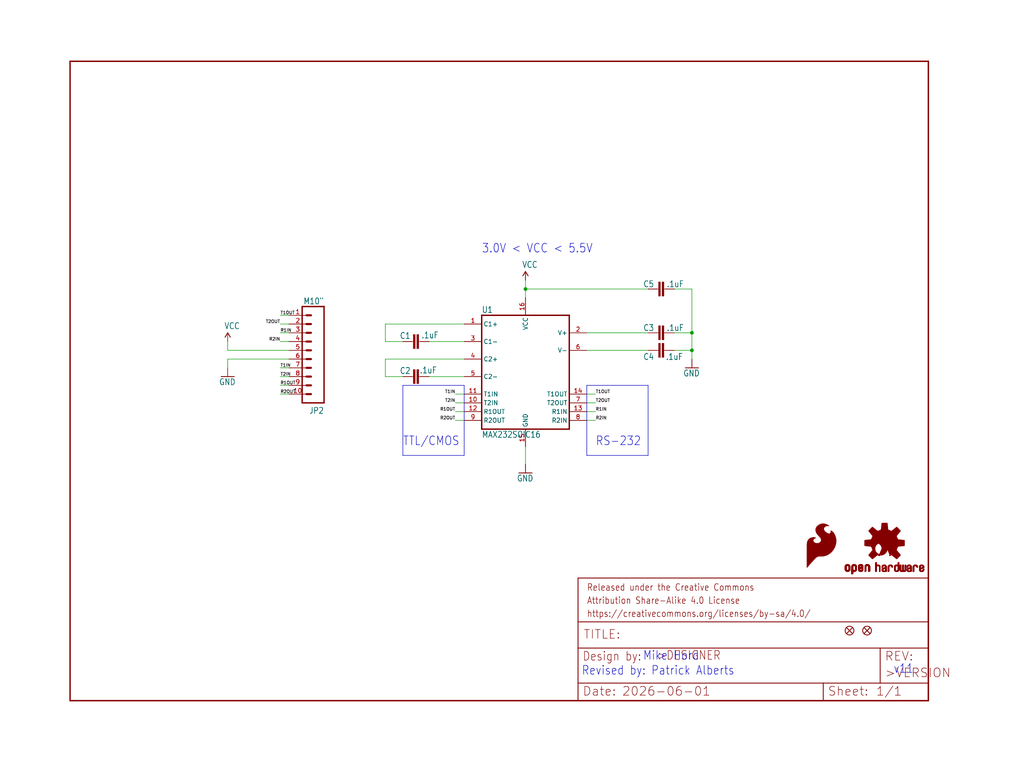
<source format=kicad_sch>
(kicad_sch (version 20230121) (generator eeschema)
  (paper "User" 297.002 223.926)
  (lib_symbols
    (symbol "max3232_from_eagle-eagle-import:0.1UF-25V(+80/-20%)(0603)"
      (property "Reference" "C" (at 1.524 2.921 0))
      (symbol "0.1UF-25V(+80/-20%)(0603)_1_0"
        (pin passive line (at 0 5.08 270) (length 2.54) (name "1") (number "1"))
        (pin passive line (at 0 -2.54 90) (length 2.54) (name "2") (number "2"))
      )
    )
    (symbol "max3232_from_eagle-eagle-import:FIDUCIAL1X2")
    (symbol "max3232_from_eagle-eagle-import:FRAME-LETTER"
      (symbol "FRAME-LETTER_2_0"
        (text "${#}/${##}" (at 86.36 1.27 0) (effects (font (size 2.54 2.54)) (justify left bottom)))
        (text "${CURRENT_DATE}" (at 12.7 1.27 0) (effects (font (size 2.54 2.54)) (justify left bottom)))
        (text "${PROJECTNAME}" (at 15.494 17.78 0) (effects (font (size 2.7432 2.7432)) (justify left bottom)))
        (text ">DESIGNER" (at 22.86 11.684 0) (effects (font (size 2.54 2.159)) (justify left bottom)))
        (text ">VERSION" (at 88.9 6.604 0) (effects (font (size 2.54 2.54)) (justify left bottom)))
        (text "Attribution Share-Alike 4.0 License" (at 2.54 27.94 0) (effects (font (size 1.9304 1.6408)) (justify left bottom)))
        (text "Date:" (at 1.27 1.27 0) (effects (font (size 2.54 2.54)) (justify left bottom)))
        (text "Design by:" (at 1.27 11.43 0) (effects (font (size 2.54 2.159)) (justify left bottom)))
        (text "https://creativecommons.org/licenses/by-sa/4.0/" (at 2.54 24.13 0) (effects (font (size 1.9304 1.6408)) (justify left bottom)))
        (text "Released under the Creative Commons" (at 2.54 31.75 0) (effects (font (size 1.9304 1.6408)) (justify left bottom)))
        (text "REV:" (at 88.9 11.43 0) (effects (font (size 2.54 2.54)) (justify left bottom)))
        (text "Sheet:" (at 72.39 1.27 0) (effects (font (size 2.54 2.54)) (justify left bottom)))
        (text "TITLE:" (at 1.524 17.78 0) (effects (font (size 2.54 2.54)) (justify left bottom)))
      )
    )
    (symbol "max3232_from_eagle-eagle-import:GND" (power)
      (property "Value" "GND" (at -2.54 -2.54 0))
      (symbol "GND_1_0"
        (pin power_in line (at 0 2.54 270) (length 2.54) (name "GND") (number "1"))
      )
    )
    (symbol "max3232_from_eagle-eagle-import:M10{dblquote}"
      (property "Reference" "JP" (at 0 8.89 0))
      (symbol "M10{dblquote}_1_0"
        (pin passive line (at 10.16 -17.78 180) (length 5.08) (name "1") (number "1"))
        (pin passive line (at 10.16 5.08 180) (length 5.08) (name "10") (number "10"))
        (pin passive line (at 10.16 -15.24 180) (length 5.08) (name "2") (number "2"))
        (pin passive line (at 10.16 -12.7 180) (length 5.08) (name "3") (number "3"))
        (pin passive line (at 10.16 -10.16 180) (length 5.08) (name "4") (number "4"))
        (pin passive line (at 10.16 -7.62 180) (length 5.08) (name "5") (number "5"))
        (pin passive line (at 10.16 -5.08 180) (length 5.08) (name "6") (number "6"))
        (pin passive line (at 10.16 -2.54 180) (length 5.08) (name "7") (number "7"))
        (pin passive line (at 10.16 0 180) (length 5.08) (name "8") (number "8"))
        (pin passive line (at 10.16 2.54 180) (length 5.08) (name "9") (number "9"))
      )
    )
    (symbol "max3232_from_eagle-eagle-import:MAX232SOIC16"
      (property "Reference" "U" (at -10.16 15.875 0))
      (symbol "MAX232SOIC16_1_0"
        (pin bidirectional line (at -15.24 12.7 0) (length 5.08) (name "C1+") (number "1"))
        (pin input line (at -15.24 -10.16 0) (length 5.08) (name "T2IN") (number "10"))
        (pin input line (at -15.24 -7.62 0) (length 5.08) (name "T1IN") (number "11"))
        (pin output line (at -15.24 -12.7 0) (length 5.08) (name "R1OUT") (number "12"))
        (pin input line (at 20.32 -12.7 180) (length 5.08) (name "R1IN") (number "13"))
        (pin output line (at 20.32 -7.62 180) (length 5.08) (name "T1OUT") (number "14"))
        (pin bidirectional line (at 2.54 -22.86 90) (length 5.08) (name "GND") (number "15"))
        (pin bidirectional line (at 2.54 20.32 270) (length 5.08) (name "VCC") (number "16"))
        (pin bidirectional line (at 20.32 10.16 180) (length 5.08) (name "V+") (number "2"))
        (pin bidirectional line (at -15.24 7.62 0) (length 5.08) (name "C1-") (number "3"))
        (pin bidirectional line (at -15.24 2.54 0) (length 5.08) (name "C2+") (number "4"))
        (pin bidirectional line (at -15.24 -2.54 0) (length 5.08) (name "C2-") (number "5"))
        (pin bidirectional line (at 20.32 5.08 180) (length 5.08) (name "V-") (number "6"))
        (pin output line (at 20.32 -10.16 180) (length 5.08) (name "T2OUT") (number "7"))
        (pin input line (at 20.32 -15.24 180) (length 5.08) (name "R2IN") (number "8"))
        (pin output line (at -15.24 -15.24 0) (length 5.08) (name "R2OUT") (number "9"))
      )
    )
    (symbol "max3232_from_eagle-eagle-import:OSHW-LOGOS")
    (symbol "max3232_from_eagle-eagle-import:SFE_LOGO_FLAME.1_INCH")
    (symbol "max3232_from_eagle-eagle-import:VCC" (power)
      (property "Value" "VCC" (at -1.016 3.556 0))
      (symbol "VCC_1_0"
        (pin power_in line (at 0 0 90) (length 2.54) (name "VCC") (number "1"))
      )
    )
  )
  (junction (at 200.66 101.6))
  (junction (at 200.66 96.52))
  (junction (at 152.4 83.82))
  (wire (pts (xy 116.84 109.22) (xy 111.76 109.22)) (stroke (width 0.1524)))
  (wire (pts (xy 170.18 121.92) (xy 172.72 121.92)) (stroke (width 0.1524)))
  (wire (pts (xy 111.76 93.98) (xy 134.62 93.98)) (stroke (width 0.1524)))
  (wire (pts (xy 83.82 106.68) (xy 81.28 106.68)) (stroke (width 0.1524)))
  (wire (pts (xy 134.62 109.22) (xy 124.46 109.22)) (stroke (width 0.1524)))
  (polyline (pts (xy 187.96 132.08) (xy 187.96 111.76)) (stroke (width 0.1524) (type solid)))
  (wire (pts (xy 83.82 104.14) (xy 66.04 104.14)) (stroke (width 0.1524)))
  (wire (pts (xy 152.4 81.28) (xy 152.4 83.82)) (stroke (width 0.1524)))
  (wire (pts (xy 83.82 93.98) (xy 81.28 93.98)) (stroke (width 0.1524)))
  (polyline (pts (xy 116.84 111.76) (xy 116.84 132.08)) (stroke (width 0.1524) (type solid)))
  (wire (pts (xy 83.82 114.3) (xy 81.28 114.3)) (stroke (width 0.1524)))
  (polyline (pts (xy 116.84 132.08) (xy 134.62 132.08)) (stroke (width 0.1524) (type solid)))
  (wire (pts (xy 134.62 99.06) (xy 124.46 99.06)) (stroke (width 0.1524)))
  (wire (pts (xy 170.18 114.3) (xy 172.72 114.3)) (stroke (width 0.1524)))
  (wire (pts (xy 83.82 96.52) (xy 81.28 96.52)) (stroke (width 0.1524)))
  (polyline (pts (xy 187.96 111.76) (xy 170.18 111.76)) (stroke (width 0.1524) (type solid)))
  (wire (pts (xy 134.62 114.3) (xy 132.08 114.3)) (stroke (width 0.1524)))
  (wire (pts (xy 134.62 121.92) (xy 132.08 121.92)) (stroke (width 0.1524)))
  (wire (pts (xy 200.66 101.6) (xy 195.58 101.6)) (stroke (width 0.1524)))
  (wire (pts (xy 111.76 99.06) (xy 111.76 93.98)) (stroke (width 0.1524)))
  (wire (pts (xy 195.58 96.52) (xy 200.66 96.52)) (stroke (width 0.1524)))
  (wire (pts (xy 134.62 116.84) (xy 132.08 116.84)) (stroke (width 0.1524)))
  (polyline (pts (xy 134.62 132.08) (xy 134.62 111.76)) (stroke (width 0.1524) (type solid)))
  (wire (pts (xy 66.04 104.14) (xy 66.04 106.68)) (stroke (width 0.1524)))
  (wire (pts (xy 152.4 83.82) (xy 152.4 86.36)) (stroke (width 0.1524)))
  (wire (pts (xy 66.04 101.6) (xy 66.04 99.06)) (stroke (width 0.1524)))
  (wire (pts (xy 134.62 119.38) (xy 132.08 119.38)) (stroke (width 0.1524)))
  (wire (pts (xy 152.4 134.62) (xy 152.4 129.54)) (stroke (width 0.1524)))
  (wire (pts (xy 111.76 109.22) (xy 111.76 104.14)) (stroke (width 0.1524)))
  (wire (pts (xy 111.76 104.14) (xy 134.62 104.14)) (stroke (width 0.1524)))
  (wire (pts (xy 83.82 109.22) (xy 81.28 109.22)) (stroke (width 0.1524)))
  (wire (pts (xy 170.18 101.6) (xy 187.96 101.6)) (stroke (width 0.1524)))
  (wire (pts (xy 200.66 83.82) (xy 200.66 96.52)) (stroke (width 0.1524)))
  (wire (pts (xy 195.58 83.82) (xy 200.66 83.82)) (stroke (width 0.1524)))
  (wire (pts (xy 83.82 101.6) (xy 66.04 101.6)) (stroke (width 0.1524)))
  (polyline (pts (xy 170.18 132.08) (xy 187.96 132.08)) (stroke (width 0.1524) (type solid)))
  (polyline (pts (xy 134.62 111.76) (xy 116.84 111.76)) (stroke (width 0.1524) (type solid)))
  (wire (pts (xy 83.82 111.76) (xy 81.28 111.76)) (stroke (width 0.1524)))
  (wire (pts (xy 170.18 116.84) (xy 172.72 116.84)) (stroke (width 0.1524)))
  (wire (pts (xy 200.66 96.52) (xy 200.66 101.6)) (stroke (width 0.1524)))
  (wire (pts (xy 83.82 91.44) (xy 81.28 91.44)) (stroke (width 0.1524)))
  (wire (pts (xy 170.18 119.38) (xy 172.72 119.38)) (stroke (width 0.1524)))
  (wire (pts (xy 200.66 104.14) (xy 200.66 101.6)) (stroke (width 0.1524)))
  (wire (pts (xy 81.28 99.06) (xy 83.82 99.06)) (stroke (width 0.1524)))
  (wire (pts (xy 170.18 96.52) (xy 187.96 96.52)) (stroke (width 0.1524)))
  (wire (pts (xy 116.84 99.06) (xy 111.76 99.06)) (stroke (width 0.1524)))
  (polyline (pts (xy 170.18 111.76) (xy 170.18 132.08)) (stroke (width 0.1524) (type solid)))
  (wire (pts (xy 187.96 83.82) (xy 152.4 83.82)) (stroke (width 0.1524)))
  (text "3.0V < VCC < 5.5V" (at 139.7 73.66 0) (effects (font (size 2.54 2.159)) (justify left bottom)))
  (text "Mike Hord" (at 186.436 191.77 0) (effects (font (size 2.54 2.159)) (justify left bottom)))
  (text "RS-232" (at 172.72 129.54 0) (effects (font (size 2.54 2.159)) (justify left bottom)))
  (text "Revised by: Patrick Alberts" (at 168.656 196.088 0) (effects (font (size 2.54 2.159)) (justify left bottom)))
  (text "TTL/CMOS" (at 116.84 129.54 0) (effects (font (size 2.54 2.159)) (justify left bottom)))
  (text "v11" (at 259.08 195.58 0) (effects (font (size 2.54 2.159)) (justify left bottom)))
  (label "T1OUT" (at 81.28 91.44 0) (effects (font (size 0.889 0.889))))
  (label "T2IN" (at 132.08 116.84 180) (effects (font (size 0.889 0.889))))
  (label "T1IN" (at 132.08 114.3 180) (effects (font (size 0.889 0.889))))
  (label "T1IN" (at 81.28 106.68 0) (effects (font (size 0.889 0.889))))
  (label "R2IN" (at 172.72 121.92 0) (effects (font (size 0.889 0.889))))
  (label "R2IN" (at 81.28 99.06 180) (effects (font (size 0.889 0.889))))
  (label "T2OUT" (at 81.28 93.98 180) (effects (font (size 0.889 0.889))))
  (label "R1IN" (at 172.72 119.38 0) (effects (font (size 0.889 0.889))))
  (label "T2OUT" (at 172.72 116.84 0) (effects (font (size 0.889 0.889))))
  (label "R1OUT" (at 132.08 119.38 180) (effects (font (size 0.889 0.889))))
  (label "T2IN" (at 81.28 109.22 0) (effects (font (size 0.889 0.889))))
  (label "R2OUT" (at 132.08 121.92 180) (effects (font (size 0.889 0.889))))
  (label "T1OUT" (at 172.72 114.3 0) (effects (font (size 0.889 0.889))))
  (label "R1IN" (at 81.28 96.52 0) (effects (font (size 0.889 0.889))))
  (label "R2OUT" (at 81.28 114.3 0) (effects (font (size 0.889 0.889))))
  (label "R1OUT" (at 81.28 111.76 0) (effects (font (size 0.889 0.889))))
  (symbol (lib_id "max3232_from_eagle-eagle-import:VCC") (at 66.04 99.06 0) (unit 1)
    (property "Reference" "#P+2" (effects hide))
    (property "Value" "VCC" (at 65.024 95.504 0) (effects (font (size 1.778 1.5113)) (justify left bottom)))
  )
  (symbol (lib_id "max3232_from_eagle-eagle-import:FRAME-LETTER") (at 20.32 203.2 0) (unit 1)
    (property "Reference" "FRAME1" (effects hide))
    (property "Value" "FRAME-LETTER" (effects hide))
    (property "Footprint" "max3232_from_eagle:CREATIVE_COMMONS" (effects hide))
    (property "NO_PART" "1" (effects hide))
  )
  (symbol (lib_id "max3232_from_eagle-eagle-import:MAX232SOIC16") (at 149.86 106.68 0) (unit 1)
    (property "Reference" "U1" (at 139.7 90.805 0) (effects (font (size 1.778 1.5113)) (justify left bottom)))
    (property "Value" "MAX232SOIC16" (at 139.7 127 0) (effects (font (size 1.778 1.5113)) (justify left bottom)))
    (property "Footprint" "max3232_from_eagle:SO016" (effects hide))
    (property "PROD_ID" "IC-08171" (effects hide))
  )
  (symbol (lib_id "max3232_from_eagle-eagle-import:GND") (at 152.4 137.16 0) (unit 1)
    (property "Reference" "#GND2" (effects hide))
    (property "Value" "GND" (at 149.86 139.7 0) (effects (font (size 1.778 1.5113)) (justify left bottom)))
  )
  (symbol (lib_id "max3232_from_eagle-eagle-import:FRAME-LETTER") (at 167.64 203.2 0) (unit 2)
    (property "Reference" "FRAME1" (effects hide))
    (property "Value" "FRAME-LETTER" (effects hide))
    (property "Footprint" "max3232_from_eagle:CREATIVE_COMMONS" (effects hide))
    (property "NO_PART" "1" (effects hide))
  )
  (symbol (lib_id "max3232_from_eagle-eagle-import:0.1UF-25V(+80/-20%)(0603)") (at 193.04 96.52 90) (unit 1)
    (property "Reference" "C3" (at 189.738 94.107 90) (effects (font (size 1.778 1.5113)) (justify left bottom)))
    (property "Value" ".1uF" (at 198.374 94.107 90) (effects (font (size 1.778 1.5113)) (justify left bottom)))
    (property "Footprint" "max3232_from_eagle:0603-CAP" (effects hide))
    (property "PROD_ID" "CAP-00810" (effects hide))
    (property "SPARKLE_ID" "918" (effects hide))
  )
  (symbol (lib_id "max3232_from_eagle-eagle-import:VCC") (at 152.4 81.28 0) (unit 1)
    (property "Reference" "#P+1" (effects hide))
    (property "Value" "VCC" (at 151.384 77.724 0) (effects (font (size 1.778 1.5113)) (justify left bottom)))
  )
  (symbol (lib_id "max3232_from_eagle-eagle-import:M10{dblquote}") (at 93.98 109.22 180) (unit 1)
    (property "Reference" "JP2" (at 93.98 118.11 0) (effects (font (size 1.778 1.5113)) (justify left bottom)))
    (property "Value" "M10{dblquote}" (at 93.98 86.36 0) (effects (font (size 1.778 1.5113)) (justify left bottom)))
    (property "Footprint" "max3232_from_eagle:1X10" (effects hide))
    (property "NO_PART" "1" (effects hide))
  )
  (symbol (lib_id "max3232_from_eagle-eagle-import:FIDUCIAL1X2") (at 246.38 182.88 0) (unit 1)
    (property "Reference" "FID1" (effects hide))
    (property "Value" "FIDUCIAL1X2" (effects hide))
    (property "Footprint" "max3232_from_eagle:FIDUCIAL-1X2" (effects hide))
  )
  (symbol (lib_id "max3232_from_eagle-eagle-import:0.1UF-25V(+80/-20%)(0603)") (at 121.92 109.22 90) (unit 1)
    (property "Reference" "C2" (at 119.126 106.553 90) (effects (font (size 1.778 1.5113)) (justify left bottom)))
    (property "Value" ".1uF" (at 121.666 108.331 90) (effects (font (size 1.778 1.5113)) (justify right top)))
    (property "Footprint" "max3232_from_eagle:0603-CAP" (effects hide))
    (property "PROD_ID" "CAP-00810" (effects hide))
    (property "SPARKLE_ID" "918" (effects hide))
  )
  (symbol (lib_id "max3232_from_eagle-eagle-import:GND") (at 200.66 106.68 0) (unit 1)
    (property "Reference" "#GND1" (effects hide))
    (property "Value" "GND" (at 198.12 109.22 0) (effects (font (size 1.778 1.5113)) (justify left bottom)))
  )
  (symbol (lib_id "max3232_from_eagle-eagle-import:0.1UF-25V(+80/-20%)(0603)") (at 193.04 83.82 90) (unit 1)
    (property "Reference" "C5" (at 189.738 81.407 90) (effects (font (size 1.778 1.5113)) (justify left bottom)))
    (property "Value" ".1uF" (at 198.374 81.407 90) (effects (font (size 1.778 1.5113)) (justify left bottom)))
    (property "Footprint" "max3232_from_eagle:0603-CAP" (effects hide))
    (property "PROD_ID" "CAP-00810" (effects hide))
    (property "SPARKLE_ID" "918" (effects hide))
  )
  (symbol (lib_id "max3232_from_eagle-eagle-import:GND") (at 66.04 109.22 0) (unit 1)
    (property "Reference" "#GND3" (effects hide))
    (property "Value" "GND" (at 63.5 111.76 0) (effects (font (size 1.778 1.5113)) (justify left bottom)))
  )
  (symbol (lib_id "max3232_from_eagle-eagle-import:SFE_LOGO_FLAME.1_INCH") (at 233.68 165.1 0) (unit 1)
    (property "Reference" "LOGO1" (effects hide))
    (property "Value" "SFE_LOGO_FLAME.1_INCH" (effects hide))
    (property "Footprint" "max3232_from_eagle:SFE_LOGO_FLAME_.1" (effects hide))
  )
  (symbol (lib_id "max3232_from_eagle-eagle-import:0.1UF-25V(+80/-20%)(0603)") (at 193.04 101.6 90) (unit 1)
    (property "Reference" "C4" (at 189.738 102.489 90) (effects (font (size 1.778 1.5113)) (justify left bottom)))
    (property "Value" ".1uF" (at 198.12 102.489 90) (effects (font (size 1.778 1.5113)) (justify left bottom)))
    (property "Footprint" "max3232_from_eagle:0603-CAP" (effects hide))
    (property "PROD_ID" "CAP-00810" (effects hide))
    (property "SPARKLE_ID" "918" (effects hide))
  )
  (symbol (lib_id "max3232_from_eagle-eagle-import:0.1UF-25V(+80/-20%)(0603)") (at 121.92 99.06 90) (unit 1)
    (property "Reference" "C1" (at 119.126 96.393 90) (effects (font (size 1.778 1.5113)) (justify left bottom)))
    (property "Value" ".1uF" (at 122.174 98.171 90) (effects (font (size 1.778 1.5113)) (justify right top)))
    (property "Footprint" "max3232_from_eagle:0603-CAP" (effects hide))
    (property "PROD_ID" "CAP-00810" (effects hide))
    (property "SPARKLE_ID" "918" (effects hide))
  )
  (symbol (lib_id "max3232_from_eagle-eagle-import:OSHW-LOGOS") (at 256.54 157.48 0) (unit 1)
    (property "Reference" "U$1" (effects hide))
    (property "Value" "OSHW-LOGOS" (effects hide))
    (property "Footprint" "max3232_from_eagle:OSHW-LOGO-S" (effects hide))
    (property "NO_PART" "1" (effects hide))
  )
  (symbol (lib_id "max3232_from_eagle-eagle-import:FIDUCIAL1X2") (at 251.46 182.88 0) (unit 1)
    (property "Reference" "FID2" (effects hide))
    (property "Value" "FIDUCIAL1X2" (effects hide))
    (property "Footprint" "max3232_from_eagle:FIDUCIAL-1X2" (effects hide))
  )
)
</source>
